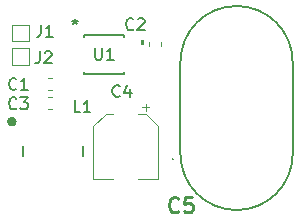
<source format=gbr>
%TF.GenerationSoftware,KiCad,Pcbnew,9.0.4*%
%TF.CreationDate,2026-01-08T18:44:24+01:00*%
%TF.ProjectId,Piezo_Energy_Harvester,5069657a-6f5f-4456-9e65-7267795f4861,rev?*%
%TF.SameCoordinates,Original*%
%TF.FileFunction,Legend,Top*%
%TF.FilePolarity,Positive*%
%FSLAX46Y46*%
G04 Gerber Fmt 4.6, Leading zero omitted, Abs format (unit mm)*
G04 Created by KiCad (PCBNEW 9.0.4) date 2026-01-08 18:44:24*
%MOMM*%
%LPD*%
G01*
G04 APERTURE LIST*
%ADD10C,0.150000*%
%ADD11C,0.254000*%
%ADD12C,0.120000*%
%ADD13C,0.200000*%
%ADD14C,0.400000*%
%ADD15C,0.100000*%
%ADD16C,0.152400*%
%ADD17C,0.000000*%
G04 APERTURE END LIST*
D10*
X149783333Y-100159580D02*
X149735714Y-100207200D01*
X149735714Y-100207200D02*
X149592857Y-100254819D01*
X149592857Y-100254819D02*
X149497619Y-100254819D01*
X149497619Y-100254819D02*
X149354762Y-100207200D01*
X149354762Y-100207200D02*
X149259524Y-100111961D01*
X149259524Y-100111961D02*
X149211905Y-100016723D01*
X149211905Y-100016723D02*
X149164286Y-99826247D01*
X149164286Y-99826247D02*
X149164286Y-99683390D01*
X149164286Y-99683390D02*
X149211905Y-99492914D01*
X149211905Y-99492914D02*
X149259524Y-99397676D01*
X149259524Y-99397676D02*
X149354762Y-99302438D01*
X149354762Y-99302438D02*
X149497619Y-99254819D01*
X149497619Y-99254819D02*
X149592857Y-99254819D01*
X149592857Y-99254819D02*
X149735714Y-99302438D01*
X149735714Y-99302438D02*
X149783333Y-99350057D01*
X150735714Y-100254819D02*
X150164286Y-100254819D01*
X150450000Y-100254819D02*
X150450000Y-99254819D01*
X150450000Y-99254819D02*
X150354762Y-99397676D01*
X150354762Y-99397676D02*
X150259524Y-99492914D01*
X150259524Y-99492914D02*
X150164286Y-99540533D01*
X151866666Y-94754819D02*
X151866666Y-95469104D01*
X151866666Y-95469104D02*
X151819047Y-95611961D01*
X151819047Y-95611961D02*
X151723809Y-95707200D01*
X151723809Y-95707200D02*
X151580952Y-95754819D01*
X151580952Y-95754819D02*
X151485714Y-95754819D01*
X152866666Y-95754819D02*
X152295238Y-95754819D01*
X152580952Y-95754819D02*
X152580952Y-94754819D01*
X152580952Y-94754819D02*
X152485714Y-94897676D01*
X152485714Y-94897676D02*
X152390476Y-94992914D01*
X152390476Y-94992914D02*
X152295238Y-95040533D01*
X159683333Y-95109580D02*
X159635714Y-95157200D01*
X159635714Y-95157200D02*
X159492857Y-95204819D01*
X159492857Y-95204819D02*
X159397619Y-95204819D01*
X159397619Y-95204819D02*
X159254762Y-95157200D01*
X159254762Y-95157200D02*
X159159524Y-95061961D01*
X159159524Y-95061961D02*
X159111905Y-94966723D01*
X159111905Y-94966723D02*
X159064286Y-94776247D01*
X159064286Y-94776247D02*
X159064286Y-94633390D01*
X159064286Y-94633390D02*
X159111905Y-94442914D01*
X159111905Y-94442914D02*
X159159524Y-94347676D01*
X159159524Y-94347676D02*
X159254762Y-94252438D01*
X159254762Y-94252438D02*
X159397619Y-94204819D01*
X159397619Y-94204819D02*
X159492857Y-94204819D01*
X159492857Y-94204819D02*
X159635714Y-94252438D01*
X159635714Y-94252438D02*
X159683333Y-94300057D01*
X160064286Y-94300057D02*
X160111905Y-94252438D01*
X160111905Y-94252438D02*
X160207143Y-94204819D01*
X160207143Y-94204819D02*
X160445238Y-94204819D01*
X160445238Y-94204819D02*
X160540476Y-94252438D01*
X160540476Y-94252438D02*
X160588095Y-94300057D01*
X160588095Y-94300057D02*
X160635714Y-94395295D01*
X160635714Y-94395295D02*
X160635714Y-94490533D01*
X160635714Y-94490533D02*
X160588095Y-94633390D01*
X160588095Y-94633390D02*
X160016667Y-95204819D01*
X160016667Y-95204819D02*
X160635714Y-95204819D01*
X155183333Y-102154819D02*
X154707143Y-102154819D01*
X154707143Y-102154819D02*
X154707143Y-101154819D01*
X156040476Y-102154819D02*
X155469048Y-102154819D01*
X155754762Y-102154819D02*
X155754762Y-101154819D01*
X155754762Y-101154819D02*
X155659524Y-101297676D01*
X155659524Y-101297676D02*
X155564286Y-101392914D01*
X155564286Y-101392914D02*
X155469048Y-101440533D01*
X151766666Y-97004819D02*
X151766666Y-97719104D01*
X151766666Y-97719104D02*
X151719047Y-97861961D01*
X151719047Y-97861961D02*
X151623809Y-97957200D01*
X151623809Y-97957200D02*
X151480952Y-98004819D01*
X151480952Y-98004819D02*
X151385714Y-98004819D01*
X152195238Y-97100057D02*
X152242857Y-97052438D01*
X152242857Y-97052438D02*
X152338095Y-97004819D01*
X152338095Y-97004819D02*
X152576190Y-97004819D01*
X152576190Y-97004819D02*
X152671428Y-97052438D01*
X152671428Y-97052438D02*
X152719047Y-97100057D01*
X152719047Y-97100057D02*
X152766666Y-97195295D01*
X152766666Y-97195295D02*
X152766666Y-97290533D01*
X152766666Y-97290533D02*
X152719047Y-97433390D01*
X152719047Y-97433390D02*
X152147619Y-98004819D01*
X152147619Y-98004819D02*
X152766666Y-98004819D01*
D11*
X163488333Y-110503365D02*
X163427857Y-110563842D01*
X163427857Y-110563842D02*
X163246428Y-110624318D01*
X163246428Y-110624318D02*
X163125476Y-110624318D01*
X163125476Y-110624318D02*
X162944047Y-110563842D01*
X162944047Y-110563842D02*
X162823095Y-110442889D01*
X162823095Y-110442889D02*
X162762618Y-110321937D01*
X162762618Y-110321937D02*
X162702142Y-110080032D01*
X162702142Y-110080032D02*
X162702142Y-109898603D01*
X162702142Y-109898603D02*
X162762618Y-109656699D01*
X162762618Y-109656699D02*
X162823095Y-109535746D01*
X162823095Y-109535746D02*
X162944047Y-109414794D01*
X162944047Y-109414794D02*
X163125476Y-109354318D01*
X163125476Y-109354318D02*
X163246428Y-109354318D01*
X163246428Y-109354318D02*
X163427857Y-109414794D01*
X163427857Y-109414794D02*
X163488333Y-109475270D01*
X164637380Y-109354318D02*
X164032618Y-109354318D01*
X164032618Y-109354318D02*
X163972142Y-109959080D01*
X163972142Y-109959080D02*
X164032618Y-109898603D01*
X164032618Y-109898603D02*
X164153571Y-109838127D01*
X164153571Y-109838127D02*
X164455952Y-109838127D01*
X164455952Y-109838127D02*
X164576904Y-109898603D01*
X164576904Y-109898603D02*
X164637380Y-109959080D01*
X164637380Y-109959080D02*
X164697857Y-110080032D01*
X164697857Y-110080032D02*
X164697857Y-110382413D01*
X164697857Y-110382413D02*
X164637380Y-110503365D01*
X164637380Y-110503365D02*
X164576904Y-110563842D01*
X164576904Y-110563842D02*
X164455952Y-110624318D01*
X164455952Y-110624318D02*
X164153571Y-110624318D01*
X164153571Y-110624318D02*
X164032618Y-110563842D01*
X164032618Y-110563842D02*
X163972142Y-110503365D01*
D10*
X158533333Y-100759580D02*
X158485714Y-100807200D01*
X158485714Y-100807200D02*
X158342857Y-100854819D01*
X158342857Y-100854819D02*
X158247619Y-100854819D01*
X158247619Y-100854819D02*
X158104762Y-100807200D01*
X158104762Y-100807200D02*
X158009524Y-100711961D01*
X158009524Y-100711961D02*
X157961905Y-100616723D01*
X157961905Y-100616723D02*
X157914286Y-100426247D01*
X157914286Y-100426247D02*
X157914286Y-100283390D01*
X157914286Y-100283390D02*
X157961905Y-100092914D01*
X157961905Y-100092914D02*
X158009524Y-99997676D01*
X158009524Y-99997676D02*
X158104762Y-99902438D01*
X158104762Y-99902438D02*
X158247619Y-99854819D01*
X158247619Y-99854819D02*
X158342857Y-99854819D01*
X158342857Y-99854819D02*
X158485714Y-99902438D01*
X158485714Y-99902438D02*
X158533333Y-99950057D01*
X159390476Y-100188152D02*
X159390476Y-100854819D01*
X159152381Y-99807200D02*
X158914286Y-100521485D01*
X158914286Y-100521485D02*
X159533333Y-100521485D01*
X156438095Y-96704819D02*
X156438095Y-97514342D01*
X156438095Y-97514342D02*
X156485714Y-97609580D01*
X156485714Y-97609580D02*
X156533333Y-97657200D01*
X156533333Y-97657200D02*
X156628571Y-97704819D01*
X156628571Y-97704819D02*
X156819047Y-97704819D01*
X156819047Y-97704819D02*
X156914285Y-97657200D01*
X156914285Y-97657200D02*
X156961904Y-97609580D01*
X156961904Y-97609580D02*
X157009523Y-97514342D01*
X157009523Y-97514342D02*
X157009523Y-96704819D01*
X158009523Y-97704819D02*
X157438095Y-97704819D01*
X157723809Y-97704819D02*
X157723809Y-96704819D01*
X157723809Y-96704819D02*
X157628571Y-96847676D01*
X157628571Y-96847676D02*
X157533333Y-96942914D01*
X157533333Y-96942914D02*
X157438095Y-96990533D01*
X154729850Y-94281659D02*
X154729850Y-94519754D01*
X154491755Y-94424516D02*
X154729850Y-94519754D01*
X154729850Y-94519754D02*
X154967945Y-94424516D01*
X154586993Y-94710230D02*
X154729850Y-94519754D01*
X154729850Y-94519754D02*
X154872707Y-94710230D01*
X154729850Y-94281659D02*
X154729850Y-94519754D01*
X154491755Y-94424516D02*
X154729850Y-94519754D01*
X154729850Y-94519754D02*
X154967945Y-94424516D01*
X154586993Y-94710230D02*
X154729850Y-94519754D01*
X154729850Y-94519754D02*
X154872707Y-94710230D01*
X149783333Y-101809580D02*
X149735714Y-101857200D01*
X149735714Y-101857200D02*
X149592857Y-101904819D01*
X149592857Y-101904819D02*
X149497619Y-101904819D01*
X149497619Y-101904819D02*
X149354762Y-101857200D01*
X149354762Y-101857200D02*
X149259524Y-101761961D01*
X149259524Y-101761961D02*
X149211905Y-101666723D01*
X149211905Y-101666723D02*
X149164286Y-101476247D01*
X149164286Y-101476247D02*
X149164286Y-101333390D01*
X149164286Y-101333390D02*
X149211905Y-101142914D01*
X149211905Y-101142914D02*
X149259524Y-101047676D01*
X149259524Y-101047676D02*
X149354762Y-100952438D01*
X149354762Y-100952438D02*
X149497619Y-100904819D01*
X149497619Y-100904819D02*
X149592857Y-100904819D01*
X149592857Y-100904819D02*
X149735714Y-100952438D01*
X149735714Y-100952438D02*
X149783333Y-101000057D01*
X150116667Y-100904819D02*
X150735714Y-100904819D01*
X150735714Y-100904819D02*
X150402381Y-101285771D01*
X150402381Y-101285771D02*
X150545238Y-101285771D01*
X150545238Y-101285771D02*
X150640476Y-101333390D01*
X150640476Y-101333390D02*
X150688095Y-101381009D01*
X150688095Y-101381009D02*
X150735714Y-101476247D01*
X150735714Y-101476247D02*
X150735714Y-101714342D01*
X150735714Y-101714342D02*
X150688095Y-101809580D01*
X150688095Y-101809580D02*
X150640476Y-101857200D01*
X150640476Y-101857200D02*
X150545238Y-101904819D01*
X150545238Y-101904819D02*
X150259524Y-101904819D01*
X150259524Y-101904819D02*
X150164286Y-101857200D01*
X150164286Y-101857200D02*
X150116667Y-101809580D01*
D12*
%TO.C,C1*%
X152491233Y-99290000D02*
X152783767Y-99290000D01*
X152491233Y-100310000D02*
X152783767Y-100310000D01*
%TO.C,J1*%
X149450000Y-94750000D02*
X150850000Y-94750000D01*
X149450000Y-96150000D02*
X149450000Y-94750000D01*
X150850000Y-94750000D02*
X150850000Y-96150000D01*
X150850000Y-96150000D02*
X149450000Y-96150000D01*
%TO.C,C2*%
X160980000Y-96536267D02*
X160980000Y-96243733D01*
X162000000Y-96536267D02*
X162000000Y-96243733D01*
D13*
%TO.C,L1*%
X150350000Y-105050000D02*
X150350000Y-105850000D01*
X155450000Y-105850000D02*
X155450000Y-105050000D01*
D14*
X149600000Y-102950000D02*
G75*
G02*
X149200000Y-102950000I-200000J0D01*
G01*
X149200000Y-102950000D02*
G75*
G02*
X149600000Y-102950000I200000J0D01*
G01*
D12*
%TO.C,J2*%
X149450000Y-96750000D02*
X150850000Y-96750000D01*
X149450000Y-98150000D02*
X149450000Y-96750000D01*
X150850000Y-96750000D02*
X150850000Y-98150000D01*
X150850000Y-98150000D02*
X149450000Y-98150000D01*
D15*
%TO.C,C5*%
X162970000Y-106110000D02*
X162970000Y-106110000D01*
X163070000Y-106110000D02*
X163070000Y-106110000D01*
D13*
X163630000Y-97910000D02*
X163670000Y-105710000D01*
X163670000Y-105710000D02*
X163670000Y-105710000D01*
X173170000Y-97910000D02*
X173170000Y-97910000D01*
X173170000Y-105710000D02*
X173170000Y-97910000D01*
D15*
X162970000Y-106110000D02*
G75*
G02*
X163070000Y-106110000I50000J0D01*
G01*
X163070000Y-106110000D02*
G75*
G02*
X162970000Y-106110000I-50000J0D01*
G01*
D13*
X163670000Y-97910000D02*
G75*
G02*
X173170000Y-97910000I4750000J0D01*
G01*
X173169991Y-105711742D02*
G75*
G02*
X163670000Y-105710000I-4749991J25742D01*
G01*
D12*
%TO.C,C4*%
X156290000Y-103354437D02*
X156290000Y-107810000D01*
X156290000Y-107810000D02*
X157990000Y-107810000D01*
X157354437Y-102290000D02*
X156290000Y-103354437D01*
X157354437Y-102290000D02*
X157990000Y-102290000D01*
X160735000Y-101425000D02*
X160735000Y-102050000D01*
X160745563Y-102290000D02*
X160110000Y-102290000D01*
X160745563Y-102290000D02*
X161810000Y-103354437D01*
X161047500Y-101737500D02*
X160422500Y-101737500D01*
X161810000Y-103354437D02*
X161810000Y-107810000D01*
X161810000Y-107810000D02*
X160110000Y-107810000D01*
D16*
%TO.C,U1*%
X155523600Y-95573600D02*
X155523600Y-95776800D01*
X155523600Y-98723200D02*
X155523600Y-98926400D01*
X155523600Y-98926400D02*
X158876400Y-98926400D01*
X158876400Y-95573600D02*
X155523600Y-95573600D01*
X158876400Y-95776800D02*
X158876400Y-95573600D01*
X158876400Y-98926400D02*
X158876400Y-98723200D01*
D17*
G36*
X160590900Y-96439740D02*
G01*
X160336900Y-96439740D01*
X160336900Y-96058740D01*
X160590900Y-96058740D01*
X160590900Y-96439740D01*
G37*
D12*
%TO.C,C3*%
X152491233Y-100890000D02*
X152783767Y-100890000D01*
X152491233Y-101910000D02*
X152783767Y-101910000D01*
%TD*%
M02*

</source>
